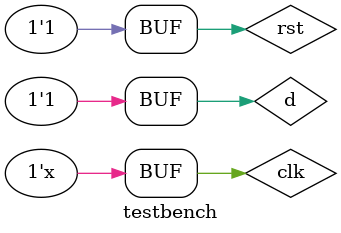
<source format=v>
module testbench;
    reg d;
    reg clk;
    reg rst;
    wire q;

    d_flip_flop dut(.q(q), .d(d), .clk(clk), .rst(rst));

    initial clk = 0;
    always #1 clk = ~clk;

    initial begin
        rst=0; d=0; #4;
        rst=0; d=1; #4;
        rst=1; d=0; #4;
        rst=1; d=1; #4;
    end
endmodule
</source>
